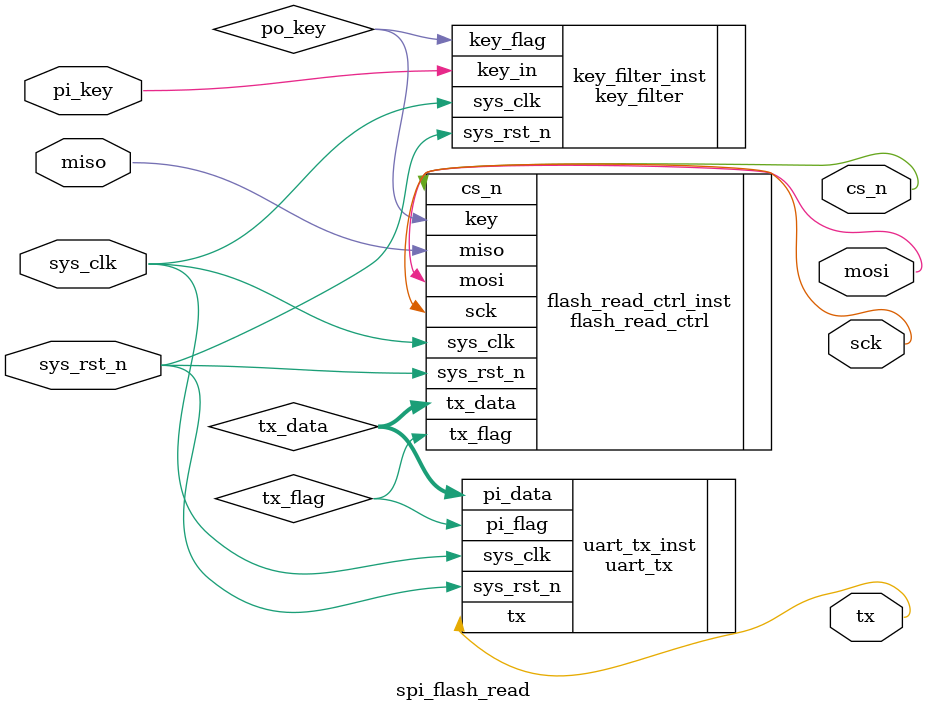
<source format=v>
`timescale  1ns/1ns

module  spi_flash_read(

    input   wire    sys_clk     ,   //系统时钟，频率50MHz
    input   wire    sys_rst_n   ,   //复位信号,低电平有效
    input   wire    pi_key      ,   //按键输入信号
    input   wire    miso        ,   //读出flash数据

    output  wire    cs_n        ,   //片选信号
    output  wire    sck         ,   //串行时钟
    output  wire    mosi        ,   //主输出从输入数据
    output  wire    tx              

);

//********************************************************************//
//****************** Parameter and Internal Signal *******************//
//********************************************************************//
//parameter define
parameter   CNT_MAX     =   20'd999_999     ;   //计数器计数最大值
parameter   UART_BPS    =   14'd9600        ,   //比特率
            CLK_FREQ    =   26'd50_000_000  ;   //时钟频率


//wire  define
wire            po_key  ;   //消抖处理后的按键信号
wire            tx_flag ;   //输入串口发送模块数据标志信号
wire    [7:0]   tx_data ;   //输入串口发送模块数据

//********************************************************************//
//*************************** Instantiation **************************//
//********************************************************************//
//------------- key_filter_inst -------------
key_filter
#(
    .CNT_MAX    (CNT_MAX    )   //计数器计数最大值
)
key_filter_inst
(
    .sys_clk    (sys_clk    ),  //系统时钟，频率50MHz
    .sys_rst_n  (sys_rst_n  ),  //复位信号,低电平有效
    .key_in     (pi_key     ),  //按键输入信号

    .key_flag   (po_key     )   //消抖后信号
);

//-------------flash_read_ctrl_inst-------------
flash_read_ctrl  flash_read_ctrl_inst(

    .sys_clk    (sys_clk    ),  //系统时钟，频率50MHz
    .sys_rst_n  (sys_rst_n  ),  //复位信号,低电平有效
    .key        (po_key     ),  //按键输入信号
    .miso       (miso       ),  //读出flash数据

    .sck        (sck        ),  //片选信号
    .cs_n       (cs_n       ),  //串行时钟
    .mosi       (mosi       ),  //主输出从输入数据
    .tx_flag    (tx_flag    ),  //输出数据标志信号
    .tx_data    (tx_data    )   //输出数据

);

//-------------uart_tx_inst-------------
uart_tx
#(
    .UART_BPS    (UART_BPS ),         //串口波特率
    .CLK_FREQ    (CLK_FREQ )          //时钟频率
)
uart_tx_inst(
    .sys_clk     (sys_clk  ),   //系统时钟50Mhz
    .sys_rst_n   (sys_rst_n),   //全局复位
    .pi_data     (tx_data  ),   //并行数据
    .pi_flag     (tx_flag  ),   //并行数据有效标志信号
                                
    .tx          (tx       )    //串口发送数据
);

endmodule

</source>
